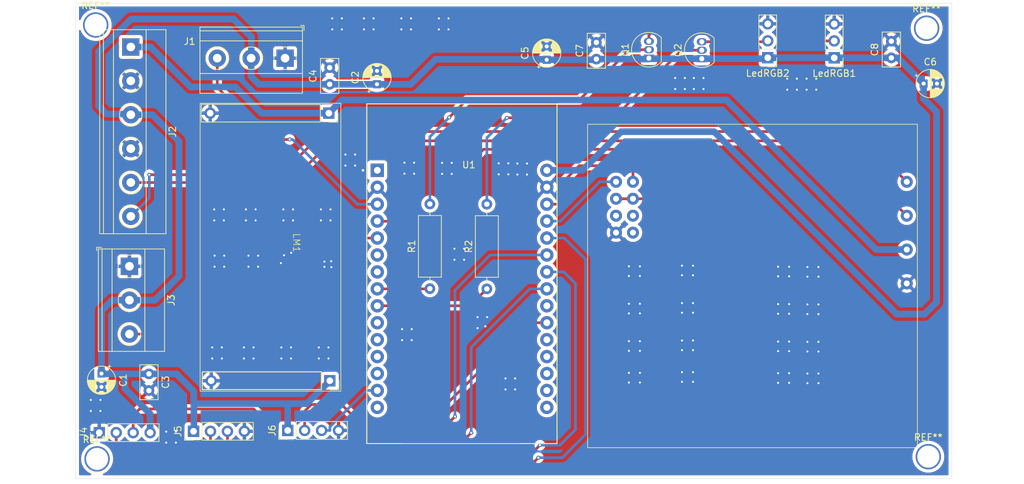
<source format=kicad_pcb>
(kicad_pcb (version 20240108) (generator "pcbnew") (generator_version "8.0")
  (layers (0 "F.Cu" signal) (31 "B.Cu" signal) (34 "B.Paste" user) (35 "F.Paste" user) (36 "B.SilkS" user "B.Silkscreen") (37 "F.SilkS" user "F.Silkscreen") (38 "B.Mask" user) (39 "F.Mask" user) (44 "Edge.Cuts" user))
  (net 0 "")
  (net 1 "GND")
  (net 2 "+5V")
  (net 3 "D15")
  (net 4 "+12V")
  (net 5 "M-")
  (net 6 "M+")
  (net 7 "D4")
  (net 8 "D27")
  (net 9 "D14")
  (net 10 "D25")
  (net 11 "D26")
  (net 12 "D22")
  (net 13 "D33")
  (net 14 "Net-(LedRGB1-Pin_2)")
  (net 15 "Net-(LedRGB2-Pin_2)")
  (net 16 "Net-(Q1-B)")
  (net 17 "Net-(Q2-B)")
  (net 18 "D5")
  (net 19 "D18")
  (net 20 "D2")
  (net 31 "D13")
  (net 34 "D12")
  (footprint "Connector_PinHeader_2.54mm:PinHeader_1x03_P2.54mm_Vertical" (layer "F.Cu") (at 190.3476 56.119 180)
    (property "Reference" "LedRGB2")
    (property "Value" "Conn_01x03")
  )
  (footprint "TerminalBlock_Phoenix:TerminalBlock_Phoenix_MKDS-1,5-6-5.08_1x06_P5.08mm_Horizontal" (layer "F.Cu") (at 94.9196 54.5084 -90)
    (property "Reference" "J2")
    (property "Value" "Screw_Terminal_01x06")
  )
  (footprint "Capacitor_THT:C_Disc_D5.0mm_W2.5mm_P2.50mm" (layer "F.Cu") (at 164.6682 56.3226 90)
    (property "Reference" "C7")
    (property "Value" "C")
  )
  (footprint "TerminalBlock_Phoenix:TerminalBlock_Phoenix_MKDS-1,5-3-5.08_1x03_P5.08mm_Horizontal" (layer "F.Cu") (at 94.7164 87.3964 -90)
    (property "Reference" "J3")
    (property "Value" "Conn_01x03")
  )
  (footprint "Connector_PinHeader_2.54mm:PinHeader_1x04_P2.54mm_Vertical" (layer "F.Cu") (at 90.1954 112.3442 90)
    (property "Reference" "J4")
    (property "Value" "Conn_01x04")
  )
  (footprint "Capacitor_THT:CP_Radial_D4.0mm_P2.00mm" (layer "F.Cu") (at 157.226 56.4208 90)
    (property "Reference" "C5")
    (property "Value" "C_Polarized")
  )
  (footprint "Package_TO_SOT_THT:TO-92_Inline" (layer "F.Cu") (at 172.5422 56.1848 90)
    (property "Reference" "Q1")
    (property "Value" "BC547")
  )
  (footprint "MountingHole:MountingHole_2.2mm_M2_DIN965_Pad" (layer "F.Cu") (at 89.8652 116.2812)
    (property "Reference" "REF**")
    (property "Value" "MountingHole_2.2mm_M2_DIN965_Pad")
  )
  (footprint "Capacitor_THT:CP_Radial_D4.0mm_P2.00mm" (layer "F.Cu") (at 90.5256 103.4862 -90)
    (property "Reference" "C1")
    (property "Value" "C_Polarized")
  )
  (footprint "Capacitor_THT:CP_Radial_D4.0mm_P2.00mm" (layer "F.Cu") (at 213.6968 59.9948)
    (property "Reference" "C6")
    (property "Value" "C_Polarized")
  )
  (footprint "Add_DRIVER:BTS" (layer "F.Cu") (at 190.6016 95.1738 -90)
    (property "Reference" "U2" (hide yes))
    (property "Value" "~")
  )
  (footprint "Resistor_THT:R_Axial_DIN0309_L9.0mm_D3.2mm_P12.70mm_Horizontal" (layer "F.Cu") (at 148.2598 90.7796 90)
    (property "Reference" "R2")
    (property "Value" "330")
  )
  (footprint "Capacitor_THT:C_Disc_D5.0mm_W2.5mm_P2.50mm" (layer "F.Cu") (at 97.6376 103.5304 -90)
    (property "Reference" "C3")
    (property "Value" "C")
  )
  (footprint "esp32-wroom-32:MODULE_ESP32_DEVKIT_V1" (layer "F.Cu") (at 144.5514 88.5146)
    (property "Reference" "U1")
    (property "Value" "ESP32-DEVKIT-V1")
  )
  (footprint "MountingHole:MountingHole_2.2mm_M2_DIN965_Pad" (layer "F.Cu") (at 214.4014 115.951)
    (property "Reference" "REF**")
    (property "Value" "MountingHole_2.2mm_M2_DIN965_Pad")
  )
  (footprint "Capacitor_THT:C_Disc_D5.0mm_W2.5mm_P2.50mm" (layer "F.Cu") (at 124.714 60.1018 90)
    (property "Reference" "C4")
    (property "Value" "C")
  )
  (footprint "MountingHole:MountingHole_2.2mm_M2_DIN965_Pad" (layer "F.Cu") (at 214.1474 51.689)
    (property "Reference" "REF**")
    (property "Value" "MountingHole_2.2mm_M2_DIN965_Pad")
  )
  (footprint "Capacitor_THT:C_Disc_D5.0mm_W2.5mm_P2.50mm" (layer "F.Cu") (at 208.8642 56.1394 90)
    (property "Reference" "C8")
    (property "Value" "C")
  )
  (footprint "Connector_PinHeader_2.54mm:PinHeader_1x04_P2.54mm_Vertical" (layer "F.Cu") (at 104.3178 112.141 90)
    (property "Reference" "J5")
    (property "Value" "Conn_01x04")
  )
  (footprint "MountingHole:MountingHole_2.2mm_M2_DIN965_Pad" (layer "F.Cu") (at 89.662 51.2064)
    (property "Reference" "REF**")
    (property "Value" "MountingHole_2.2mm_M2_DIN965_Pad")
  )
  (footprint "Library:Lm2596" (layer "F.Cu") (at 119.2504 83.8612 -90)
    (property "Reference" "LM1")
    (property "Value" "~")
  )
  (footprint "Connector_PinHeader_2.54mm:PinHeader_1x04_P2.54mm_Vertical" (layer "F.Cu") (at 118.4248 112.014 90)
    (property "Reference" "J6")
    (property "Value" "Conn_01x04")
  )
  (footprint "Resistor_THT:R_Axial_DIN0309_L9.0mm_D3.2mm_P12.70mm_Horizontal" (layer "F.Cu") (at 139.7254 90.7542 90)
    (property "Reference" "R1")
    (property "Value" "330")
  )
  (footprint "Connector_PinHeader_2.54mm:PinHeader_1x03_P2.54mm_Vertical" (layer "F.Cu") (at 200.3044 56.134 180)
    (property "Reference" "LedRGB1")
    (property "Value" "Conn_01x03")
  )
  (footprint "Package_TO_SOT_THT:TO-92_Inline" (layer "F.Cu") (at 180.467 56.261 90)
    (property "Reference" "Q2")
    (property "Value" "BC547")
  )
  (footprint "Capacitor_THT:CP_Radial_D4.0mm_P2.00mm" (layer "F.Cu") (at 131.8006 60.0898 90)
    (property "Reference" "C2")
    (property "Value" "C_Polarized")
  )
  (footprint "TerminalBlock_Phoenix:TerminalBlock_Phoenix_MKDS-1,5-3-5.08_1x03_P5.08mm_Horizontal" (layer "F.Cu") (at 118.0338 56.1848 180)
    (property "Reference" "J1")
    (property "Value" "Conn_01x03")
  )
  (gr_rect (start 86.6648 47.9298) (end 217.932 119.2276) (stroke (width 0.05)) (fill none) (layer "Edge.Cuts"))
  (via (at 151.4856 71.9582) (size 0.6) (drill 0.3) (layers "F.Cu" "B.Cu") (net 1))
  (via (at 90.3732 109.093) (size 0.6) (drill 0.3) (layers "F.Cu" "B.Cu") (net 1))
  (via (at 124.9426 86.6394) (size 0.6) (drill 0.3) (layers "F.Cu" "B.Cu") (net 1))
  (via (at 143.4084 86.4108) (size 0.6) (drill 0.3) (layers "F.Cu" "B.Cu") (net 1))
  (via (at 177.927 59.1566) (size 0.6) (drill 0.3) (layers "F.Cu" "B.Cu") (net 1))
  (via (at 194.7164 59.2582) (size 0.6) (drill 0.3) (layers "F.Cu" "B.Cu") (net 1))
  (via (at 125.095 50.2158) (size 0.6) (drill 0.3) (layers "F.Cu" "B.Cu") (net 1))
  (via (at 135.4582 51.8668) (size 0.6) (drill 0.3) (layers "F.Cu" "B.Cu") (net 1))
  (via (at 196.2912 93.1164) (size 0.6) (drill 0.3) (layers "F.Cu" "B.Cu") (net 1))
  (via (at 197.9422 98.7298) (size 0.6) (drill 0.3) (layers "F.Cu" "B.Cu") (net 1))
  (via (at 124.841 80.518) (size 0.6) (drill 0.3) (layers "F.Cu" "B.Cu") (net 1))
  (via (at 124.5362 99.568) (size 0.6) (drill 0.3) (layers "F.Cu" "B.Cu") (net 1))
  (via (at 141.0716 51.8668) (size 0.6) (drill 0.3) (layers "F.Cu" "B.Cu") (net 1))
  (via (at 118.9228 99.568) (size 0.6) (drill 0.3) (layers "F.Cu" "B.Cu") (net 1))
  (via (at 101.6762 113.8428) (size 0.6) (drill 0.3) (layers "F.Cu" "B.Cu") (net 1))
  (via (at 131.2926 50.2158) (size 0.6) (drill 0.3) (layers "F.Cu" "B.Cu") (net 1))
  (via (at 193.548 104.8766) (size 0.6) (drill 0.3) (layers "F.Cu" "B.Cu") (net 1))
  (via (at 191.897 94.5134) (size 0.6) (drill 0.3) (layers "F.Cu" "B.Cu") (net 1))
  (via (at 150.0378 71.9582) (size 0.6) (drill 0.3) (layers "F.Cu" "B.Cu") (net 1))
  (via (at 141.5542 73.533) (size 0.6) (drill 0.3) (layers "F.Cu" "B.Cu") (net 1))
  (via (at 179.2732 60.8076) (size 0.6) (drill 0.3) (layers "F.Cu" "B.Cu") (net 1))
  (via (at 117.401869 86.921869) (size 0.6) (drill 0.3) (layers "F.Cu" "B.Cu") (net 1))
  (via (at 108.8644 80.518) (size 0.6) (drill 0.3) (layers "F.Cu" "B.Cu") (net 1))
  (via (at 191.897 93.0656) (size 0.6) (drill 0.3) (layers "F.Cu" "B.Cu") (net 1))
  (via (at 142.5194 50.2158) (size 0.6) (drill 0.3) (layers "F.Cu" "B.Cu") (net 1))
  (via (at 131.2926 51.8668) (size 0.6) (drill 0.3) (layers "F.Cu" "B.Cu") (net 1))
  (via (at 193.548 94.5134) (size 0.6) (drill 0.3) (layers "F.Cu" "B.Cu") (net 1))
  (via (at 179.1462 104.7242) (size 0.6) (drill 0.3) (layers "F.Cu" "B.Cu") (net 1))
  (via (at 135.4582 50.2158) (size 0.6) (drill 0.3) (layers "F.Cu" "B.Cu") (net 1))
  (via (at 191.897 103.4288) (size 0.6) (drill 0.3) (layers "F.Cu" "B.Cu") (net 1))
  (via (at 119.2276 78.867) (size 0.6) (drill 0.3) (layers "F.Cu" "B.Cu") (net 1))
  (via (at 118.951269 85.372469) (size 0.6) (drill 0.3) (layers "F.Cu" "B.Cu") (net 1))
  (via (at 179.1462 87.2998) (size 0.6) (drill 0.3) (layers "F.Cu" "B.Cu") (net 1))
  (via (at 193.548 103.4288) (size 0.6) (drill 0.3) (layers "F.Cu" "B.Cu") (net 1))
  (via (at 117.475 101.219) (size 0.6) (drill 0.3) (layers "F.Cu" "B.Cu") (net 1))
  (via (at 135.9154 71.8566) (size 0.6) (drill 0.3) (layers "F.Cu" "B.Cu") (net 1))
  (via (at 169.545 100.076) (size 0.6) (drill 0.3) (layers "F.Cu" "B.Cu") (net 1))
  (via (at 196.2912 94.5642) (size 0.6) (drill 0.3) (layers "F.Cu" "B.Cu") (net 1))
  (via (at 107.4674 87.4522) (size 0.6) (drill 0.3) (layers "F.Cu" "B.Cu") (net 1))
  (via (at 196.2912 104.9274) (size 0.6) (drill 0.3) (layers "F.Cu" "B.Cu") (net 1))
  (via (at 117.8814 85.7504) (size 0.6) (drill 0.3) (layers "F.Cu" "B.Cu") (net 1))
  (via (at 197.9422 103.4796) (size 0.6) (drill 0.3) (layers "F.Cu" "B.Cu") (net 1))
  (via (at 193.548 88.9) (size 0.6) (drill 0.3) (layers "F.Cu" "B.Cu") (net 1))
  (via (at 127.0762 72.2884) (size 0.6) (drill 0.3) (layers "F.Cu" "B.Cu") (net 1))
  (via (at 197.9422 88.9508) (size 0.6) (drill 0.3) (layers "F.Cu" "B.Cu") (net 1))
  (via (at 101.6762 112.1918) (size 0.6) (drill 0.3) (layers "F.Cu" "B.Cu") (net 1))
  (via (at 171.196 87.4014) (size 0.6) (drill 0.3) (layers "F.Cu" "B.Cu") (net 1))
  (via (at 196.1642 60.9092) (size 0.6) (drill 0.3) (layers "F.Cu" "B.Cu") (net 1))
  (via (at 151.0538 104.2162) (size 0.6) (drill 0.3) (layers "F.Cu" "B.Cu") (net 1))
  (via (at 128.524 72.2884) (size 0.6) (drill 0.3) (layers "F.Cu" "B.Cu") (net 1))
  (via (at 193.548 87.4522) (size 0.6) (drill 0.3) (layers "F.Cu" "B.Cu") (net 1))
  (via (at 193.548 100.1268) (size 0.6) (drill 0.3) (layers "F.Cu" "B.Cu") (net 1))
  (via (at 135.5598 98.4758) (size 0.6) (drill 0.3) (layers "F.Cu" "B.Cu") (net 1))
  (via (at 112.1664 80.518) (size 0.6) (drill 0.3) (layers "F.Cu" "B.Cu") (net 1))
  (via (at 113.6142 78.867) (size 0.6) (drill 0.3) (layers "F.Cu" "B.Cu") (net 1))
  (via (at 108.9152 85.8012) (size 0.6) (drill 0.3) (layers "F.Cu" "B.Cu") (net 1))
  (via (at 146.8628 96.6724) (size 0.6) (drill 0.3) (layers "F.Cu" "B.Cu") (net 1))
  (via (at 135.5598 96.8248) (size 0.6) (drill 0.3) (layers "F.Cu" "B.Cu") (net 1))
  (via (at 88.9254 109.093) (size 0.6) (drill 0.3) (layers "F.Cu" "B.Cu") (net 1))
  (via (at 196.1642 59.2582) (size 0.6) (drill 0.3) (layers "F.Cu" "B.Cu") (net 1))
  (via (at 143.002 71.882) (size 0.6) (drill 0.3) (layers "F.Cu" "B.Cu") (net 1))
  (via (at 124.841 78.867) (size 0.6) (drill 0.3) (layers "F.Cu" "B.Cu") (net 1))
  (via (at 179.1462 99.9744) (size 0.6) (drill 0.3) (layers "F.Cu" "B.Cu") (net 1))
  (via (at 143.4084 84.7598) (size 0.6) (drill 0.3) (layers "F.Cu" "B.Cu") (net 1))
  (via (at 177.4952 99.9744) (size 0.6) (drill 0.3) (layers "F.Cu" "B.Cu") (net 1))
  (via (at 177.4952 87.2998) (size 0.6) (drill 0.3) (layers "F.Cu" "B.Cu") (net 1))
  (via (at 113.6142 80.518) (size 0.6) (drill 0.3) (layers "F.Cu" "B.Cu") (net 1))
  (via (at 137.3632 71.8566) (size 0.6) (drill 0.3) (layers "F.Cu" "B.Cu") (net 1))
  (via (at 112.5474 87.4522) (size 0.6) (drill 0.3) (layers "F.Cu" "B.Cu") (net 1))
  (via (at 196.2912 87.503) (size 0.6) (drill 0.3) (layers "F.Cu" "B.Cu") (net 1))
  (via (at 191.897 104.8766) (size 0.6) (drill 0.3) (layers "F.Cu" "B.Cu") (net 1))
  (via (at 171.196 94.4626) (size 0.6) (drill 0.3) (layers "F.Cu" "B.Cu") (net 1))
  (via (at 144.8562 86.4108) (size 0.6) (drill 0.3) (layers "F.Cu" "B.Cu") (net 1))
  (via (at 191.897 88.9) (size 0.6) (drill 0.3) (layers "F.Cu" "B.Cu") (net 1))
  (via (at 169.545 104.8258) (size 0.6) (drill 0.3) (layers "F.Cu" "B.Cu") (net 1))
  (via (at 179.1462 98.5266) (size 0.6) (drill 0.3) (layers "F.Cu" "B.Cu") (net 1))
  (via (at 179.2732 59.1566) (size 0.6) (drill 0.3) (layers "F.Cu" "B.Cu") (net 1))
  (via (at 177.927 60.8076) (size 0.6) (drill 0.3) (layers "F.Cu" "B.Cu") (net 1))
  (via (at 129.8448 50.2158) (size 0.6) (drill 0.3) (layers "F.Cu" "B.Cu") (net 1))
  (via (at 112.1664 78.867) (size 0.6) (drill 0.3) (layers "F.Cu" "B.Cu") (net 1))
  (via (at 154.2796 71.9836) (size 0.6) (drill 0.3) (layers "F.Cu" "B.Cu") (net 1))
  (via (at 169.545 87.4014) (size 0.6) (drill 0.3) (layers "F.Cu" "B.Cu") (net 1))
  (via (at 197.9422 93.1164) (size 0.6) (drill 0.3) (layers "F.Cu" "B.Cu") (net 1))
  (via (at 152.5016 105.8672) (size 0.6) (drill 0.3) (layers "F.Cu" "B.Cu") (net 1))
  (via (at 197.9422 94.5642) (size 0.6) (drill 0.3) (layers "F.Cu" "B.Cu") (net 1))
  (via (at 177.4952 98.5266) (size 0.6) (drill 0.3) (layers "F.Cu" "B.Cu") (net 1))
  (via (at 171.196 93.0148) (size 0.6) (drill 0.3) (layers "F.Cu" "B.Cu") (net 1))
  (via (at 137.0076 96.8248) (size 0.6) (drill 0.3) (layers "F.Cu" "B.Cu") (net 1))
  (via (at 177.4952 104.7242) (size 0.6) (drill 0.3) (layers "F.Cu" "B.Cu") (net 1))
  (via (at 177.4952 88.7476) (size 0.6) (drill 0.3) (layers "F.Cu" "B.Cu") (net 1))
  (via (at 117.7798 80.518) (size 0.6) (drill 0.3) (layers "F.Cu" "B.Cu") (net 1))
  (via (at 152.8318 71.9836) (size 0.6) (drill 0.3) (layers "F.Cu" "B.Cu") (net 1))
  (via (at 112.5474 85.8012) (size 0.6) (drill 0.3) (layers "F.Cu" "B.Cu") (net 1))
  (via (at 107.1118 101.219) (size 0.6) (drill 0.3) (layers "F.Cu" "B.Cu") (net 1))
  (via (at 179.1462 88.7476) (size 0.6) (drill 0.3) (layers "F.Cu" "B.Cu") (net 1))
  (via (at 179.1462 92.9132) (size 0.6) (drill 0.3) (layers "F.Cu" "B.Cu") (net 1))
  (via (at 196.2912 98.7298) (size 0.6) (drill 0.3) (layers "F.Cu" "B.Cu") (net 1))
  (via (at 127.0762 70.6374) (size 0.6) (drill 0.3) (layers "F.Cu" "B.Cu") (net 1))
  (via (at 142.5194 51.8668) (size 0.6) (drill 0.3) (layers "F.Cu" "B.Cu") (net 1))
  (via (at 117.7798 78.867) (size 0.6) (drill 0.3) (layers "F.Cu" "B.Cu") (net 1))
  (via (at 144.8562 84.7598) (size 0.6) (drill 0.3) (layers "F.Cu" "B.Cu") (net 1))
  (via (at 179.1462 94.361) (size 0.6) (drill 0.3) (layers "F.Cu" "B.Cu") (net 1))
  (via (at 191.897 87.4522) (size 0.6) (drill 0.3) (layers "F.Cu" "B.Cu") (net 1))
  (via (at 180.721 59.1566) (size 0.6) (drill 0.3) (layers "F.Cu" "B.Cu") (net 1))
  (via (at 107.1118 99.568) (size 0.6) (drill 0.3) (layers "F.Cu" "B.Cu") (net 1))
  (via (at 123.0884 99.568) (size 0.6) (drill 0.3) (layers "F.Cu" "B.Cu") (net 1))
  (via (at 193.2686 59.2582) (size 0.6) (drill 0.3) (layers "F.Cu" "B.Cu") (net 1))
  (via (at 191.897 98.679) (size 0.6) (drill 0.3) (layers "F.Cu" "B.Cu") (net 1))
  (via (at 193.548 93.0656) (size 0.6) (drill 0.3) (layers "F.Cu" "B.Cu") (net 1))
  (via (at 123.3932 78.867) (size 0.6) (drill 0.3) (layers "F.Cu" "B.Cu") (net 1))
  (via (at 113.3094 101.219) (size 0.6) (drill 0.3) (layers "F.Cu" "B.Cu") (net 1))
  (via (at 100.2284 113.8428) (size 0.6) (drill 0.3) (layers "F.Cu" "B.Cu") (net 1))
  (via (at 151.4856 73.6092) (size 0.6) (drill 0.3) (layers "F.Cu" "B.Cu") (net 1))
  (via (at 125.095 51.8668) (size 0.6) (drill 0.3) (layers "F.Cu" "B.Cu") (net 1))
  (via (at 171.196 103.378) (size 0.6) (drill 0.3) (layers "F.Cu" "B.Cu") (net 1))
  (via (at 100.2284 112.1918) (size 0.6) (drill 0.3) (layers "F.Cu" "B.Cu") (net 1))
  (via (at 169.545 94.4626) (size 0.6) (drill 0.3) (layers "F.Cu" "B.Cu") (net 1))
  (via (at 108.9152 87.4522) (size 0.6) (drill 0.3) (layers "F.Cu" "B.Cu") (net 1))
  (via (at 113.9952 85.8012) (size 0.6) (drill 0.3) (layers "F.Cu" "B.Cu") (net 1))
  (via (at 135.9154 73.5076) (size 0.6) (drill 0.3) (layers "F.Cu" "B.Cu") (net 1))
  (via (at 197.9422 100.1776) (size 0.6) (drill 0.3) (layers "F.Cu" "B.Cu") (net 1))
  (via (at 169.545 103.378) (size 0.6) (drill 0.3) (layers "F.Cu" "B.Cu") (net 1))
  (via (at 137.0076 98.4758) (size 0.6) (drill 0.3) (layers "F.Cu" "B.Cu") (net 1))
  (via (at 196.2912 88.9508) (size 0.6) (drill 0.3) (layers "F.Cu" "B.Cu") (net 1))
  (via (at 154.2796 73.6346) (size 0.6) (drill 0.3) (layers "F.Cu" "B.Cu") (net 1))
  (via (at 108.5596 99.568) (size 0.6) (drill 0.3) (layers "F.Cu" "B.Cu") (net 1))
  (via (at 169.545 88.8492) (size 0.6) (drill 0.3) (layers "F.Cu" "B.Cu") (net 1))
  (via (at 148.021569 96.383369) (size 0.6) (drill 0.3) (layers "F.Cu" "B.Cu") (net 1))
  (via (at 196.2912 100.1776) (size 0.6) (drill 0.3) (layers "F.Cu" "B.Cu") (net 1))
  (via (at 197.612 59.2582) (size 0.6) (drill 0.3) (layers "F.Cu" "B.Cu") (net 1))
  (via (at 146.8628 95.0214) (size 0.6) (drill 0.3) (layers "F.Cu" "B.Cu") (net 1))
  (via (at 126.5428 50.2158) (size 0.6) (drill 0.3) (layers "F.Cu" "B.Cu") (net 1))
  (via (at 171.196 88.8492) (size 0.6) (drill 0.3) (layers "F.Cu" "B.Cu") (net 1))
  (via (at 113.3094 99.568) (size 0.6) (drill 0.3) (layers "F.Cu" "B.Cu") (net 1))
  (via (at 197.9422 87.503) (size 0.6) (drill 0.3) (layers "F.Cu" "B.Cu") (net 1))
  (via (at 193.548 98.679) (size 0.6) (drill 0.3) (layers "F.Cu" "B.Cu") (net 1))
  (via (at 197.612 60.9092) (size 0.6) (drill 0.3) (layers "F.Cu" "B.Cu") (net 1))
  (via (at 113.9952 87.4522) (size 0.6) (drill 0.3) (layers "F.Cu" "B.Cu") (net 1))
  (via (at 137.3632 73.5076) (size 0.6) (drill 0.3) (layers "F.Cu" "B.Cu") (net 1))
  (via (at 124.968 87.5284) (size 0.6) (drill 0.3) (layers "F.Cu" "B.Cu") (net 1))
  (via (at 107.4674 85.8012) (size 0.6) (drill 0.3) (layers "F.Cu" "B.Cu") (net 1))
  (via (at 129.8448 51.8668) (size 0.6) (drill 0.3) (layers "F.Cu" "B.Cu") (net 1))
  (via (at 194.7164 60.9092) (size 0.6) (drill 0.3) (layers "F.Cu" "B.Cu") (net 1))
  (via (at 119.2276 80.518) (size 0.6) (drill 0.3) (layers "F.Cu" "B.Cu") (net 1))
  (via (at 108.8644 78.867) (size 0.6) (drill 0.3) (layers "F.Cu" "B.Cu") (net 1))
  (via (at 108.5596 101.219) (size 0.6) (drill 0.3) (layers "F.Cu" "B.Cu") (net 1))
  (via (at 177.4952 94.361) (size 0.6) (drill 0.3) (layers "F.Cu" "B.Cu") (net 1))
  (via (at 111.8616 101.219) (size 0.6) (drill 0.3) (layers "F.Cu" "B.Cu") (net 1))
  (via (at 123.9266 86.6902) (size 0.6) (drill 0.3) (layers "F.Cu" "B.Cu") (net 1))
  (via (at 177.4952 92.9132) (size 0.6) (drill 0.3) (layers "F.Cu" "B.Cu") (net 1))
  (via (at 197.9422 104.9274) (size 0.6) (drill 0.3) (layers "F.Cu" "B.Cu") (net 1))
  (via (at 152.8318 73.6346) (size 0.6) (drill 0.3) (layers "F.Cu" "B.Cu") (net 1))
  (via (at 126.5428 51.8668) (size 0.6) (drill 0.3) (layers "F.Cu" "B.Cu") (net 1))
  (via (at 136.906 51.8668) (size 0.6) (drill 0.3) (layers "F.Cu" "B.Cu") (net 1))
  (via (at 152.5016 104.2162) (size 0.6) (drill 0.3) (layers "F.Cu" "B.Cu") (net 1))
  (via (at 141.0716 50.2158) (size 0.6) (drill 0.3) (layers "F.Cu" "B.Cu") (net 1))
  (via (at 169.545 93.0148) (size 0.6) (drill 0.3) (layers "F.Cu" "B.Cu") (net 1))
  (via (at 90.3732 107.442) (size 0.6) (drill 0.3) (layers "F.Cu" "B.Cu") (net 1))
  (via (at 128.524 70.6374) (size 0.6) (drill 0.3) (layers "F.Cu" "B.Cu") (net 1))
  (via (at 148.3106 95.0214) (size 0.6) (drill 0.3) (layers "F.Cu" "B.Cu") (net 1))
  (via (at 124.5362 101.219) (size 0.6) (drill 0.3) (layers "F.Cu" "B.Cu") (net 1))
  (via (at 177.4952 103.2764) (size 0.6) (drill 0.3) (layers "F.Cu" "B.Cu") (net 1))
  (via (at 171.196 98.6282) (size 0.6) (drill 0.3) (layers "F.Cu" "B.Cu") (net 1))
  (via (at 141.5542 71.882) (size 0.6) (drill 0.3) (layers "F.Cu" "B.Cu") (net 1))
  (via (at 176.4792 60.8076) (size 0.6) (drill 0.3) (layers "F.Cu" "B.Cu") (net 1))
  (via (at 150.0378 73.6092) (size 0.6) (drill 0.3) (layers "F.Cu" "B.Cu") (net 1))
  (via (at 196.2912 103.4796) (size 0.6) (drill 0.3) (layers "F.Cu" "B.Cu") (net 1))
  (via (at 171.196 100.076) (size 0.6) (drill 0.3) (layers "F.Cu" "B.Cu") (net 1))
  (via (at 180.721 60.8076) (size 0.6) (drill 0.3) (layers "F.Cu" "B.Cu") (net 1))
  (via (at 117.475 99.568) (size 0.6) (drill 0.3) (layers "F.Cu" "B.Cu") (net 1))
  (via (at 151.0538 105.8672) (size 0.6) (drill 0.3) (layers "F.Cu" "B.Cu") (net 1))
  (via (at 193.2686 60.9092) (size 0.6) (drill 0.3) (layers "F.Cu" "B.Cu") (net 1))
  (via (at 179.1462 103.2764) (size 0.6) (drill 0.3) (layers "F.Cu" "B.Cu") (net 1))
  (via (at 88.9254 107.442) (size 0.6) (drill 0.3) (layers "F.Cu" "B.Cu") (net 1))
  (via (at 136.906 50.2158) (size 0.6) (drill 0.3) (layers "F.Cu" "B.Cu") (net 1))
  (via (at 171.196 104.8258) (size 0.6) (drill 0.3) (layers "F.Cu" "B.Cu") (net 1))
  (via (at 143.002 73.533) (size 0.6) (drill 0.3) (layers "F.Cu" "B.Cu") (net 1))
  (via (at 118.9228 101.219) (size 0.6) (drill 0.3) (layers "F.Cu" "B.Cu") (net 1))
  (via (at 123.0884 101.219) (size 0.6) (drill 0.3) (layers "F.Cu" "B.Cu") (net 1))
  (via (at 176.4792 59.1566) (size 0.6) (drill 0.3) (layers "F.Cu" "B.Cu") (net 1))
  (via (at 123.9266 87.4776) (size 0.6) (drill 0.3) (layers "F.Cu" "B.Cu") (net 1))
  (via (at 107.4166 78.867) (size 0.6) (drill 0.3) (layers "F.Cu" "B.Cu") (net 1))
  (via (at 191.897 100.1268) (size 0.6) (drill 0.3) (layers "F.Cu" "B.Cu") (net 1))
  (via (at 169.545 98.6282) (size 0.6) (drill 0.3) (layers "F.Cu" "B.Cu") (net 1))
  (via (at 123.3932 80.518) (size 0.6) (drill 0.3) (layers "F.Cu" "B.Cu") (net 1))
  (via (at 111.8616 99.568) (size 0.6) (drill 0.3) (layers "F.Cu" "B.Cu") (net 1))
  (via (at 107.4166 80.518) (size 0.6) (drill 0.3) (layers "F.Cu" "B.Cu") (net 1))
  (segment (start 124.726 60.0898) (end 124.714 60.1018) (width 0.4) (layer "F.Cu") (net 2))
  (segment (start 131.8006 60.0898) (end 124.726 60.0898) (width 0.4) (layer "F.Cu") (net 2))
  (segment (start 97.6376 103.53) (end 94.0308 103.53) (width 1) (layer "B.Cu") (net 2))
  (segment (start 90.5698 103.53) (end 90.5256 103.486) (width 1) (layer "B.Cu") (net 2))
  (segment (start 102.1334 88.8746) (end 98.5316 92.4764) (width 1) (layer "B.Cu") (net 2))
  (segment (start 104.318 112.141) (end 104.369 112.09) (width 1) (layer "B.Cu") (net 2))
  (segment (start 157.2514 72.9996) (end 157.251 72.9996) (width 1) (layer "B.Cu") (net 2))
  (segment (start 94.9196 64.6684) (end 94.818 64.5668) (width 1) (layer "B.Cu") (net 2))
  (segment (start 118.425 108.062) (end 118.364 108.001) (width 1) (layer "B.Cu") (net 2))
  (segment (start 112.9538 56.1848) (end 112.9538 58.8018) (width 0.4) (layer "B.Cu") (net 2))
  (segment (start 90.5256 94.0816) (end 92.1308 92.4764) (width 1) (layer "B.Cu") (net 2))
  (segment (start 182.321 67.2084) (end 168.377 67.2084) (width 1) (layer "B.Cu") (net 2))
  (segment (start 94.0308 105.74) (end 94.0308 103.53) (width 1) (layer "B.Cu") (net 2))
  (segment (start 190.206 56.261) (end 190.3478 56.1192) (width 1) (layer "B.Cu") (net 2))
  (segment (start 104.369 112.09) (end 104.369 108.026) (width 1) (layer "B.Cu") (net 2))
  (segment (start 112.954 58.802) (end 112.954 58.928) (width 1) (layer "B.Cu") (net 2))
  (segment (start 98.1456 64.6684) (end 102.1334 68.6562) (width 1) (layer "B.Cu") (net 2))
  (segment (start 104.343 108.001) (end 104.343 106.121) (width 1) (layer "B.Cu") (net 2))
  (segment (start 213.6968 59.9948) (end 213.6968 58.9931) (width 0.4) (layer "B.Cu") (net 2))
  (segment (start 200.3044 56.134) (end 206.807 56.134) (width 1) (layer "B.Cu") (net 2))
  (segment (start 172.404 56.3226) (end 172.542 56.1848) (width 1) (layer "B.Cu") (net 2))
  (segment (start 123.7249 105.5717) (end 123.7246 105.5717) (width 0.4) (layer "B.Cu") (net 2))
  (segment (start 162.585 72.9996) (end 157.2514 72.9996) (width 1) (layer "B.Cu") (net 2))
  (segment (start 208.8642 56.1394) (end 208.8588 56.134) (width 1) (layer "B.Cu") (net 2))
  (segment (start 90.5256 101.2212) (end 90.5256 94.0816) (width 1) (layer "B.Cu") (net 2))
  (segment (start 190.3476 56.119) (end 190.3478 56.1192) (width 0.4) (layer "B.Cu") (net 2))
  (segment (start 213.697 59.9948) (end 213.697 62.2874) (width 1) (layer "B.Cu") (net 2))
  (segment (start 157.226 56.4208) (end 164.57 56.4208) (width 1) (layer "B.Cu") (net 2))
  (segment (start 118.425 112.014) (end 118.425 108.062) (width 1) (layer "B.Cu") (net 2))
  (segment (start 168.377 67.2084) (end 162.585 72.9996) (width 1) (layer "B.Cu") (net 2))
  (segment (start 124.7404 104.5562) (end 123.7249 105.5717) (width 0.4) (layer "B.Cu") (net 2))
  (segment (start 208.8642 56.114) (end 209.816 56.114) (width 1) (layer "B.Cu") (net 2))
  (segment (start 209.816 56.114) (end 211.7565 58.0544) (width 1) (layer "B.Cu") (net 2))
  (segment (start 112.954 56.1848) (end 112.954 58.802) (width 1) (layer "B.Cu") (net 2))
  (segment (start 98.5316 92.4764) (end 94.7164 92.4764) (width 1) (layer "B.Cu") (net 2))
  (segment (start 140.589 56.3626) (end 157.168 56.3626) (width 1) (layer "B.Cu") (net 2))
  (segment (start 91.313 64.5668) (end 90.0938 63.3476) (width 1) (layer "B.Cu") (net 2))
  (segment (start 124.714 60.1018) (end 136.85 60.1018) (width 1) (layer "B.Cu") (net 2))
  (segment (start 209.677 94.5642) (end 182.321 67.2084) (width 1) (layer "B.Cu") (net 2))
  (segment (start 172.5422 56.1848) (end 172.5421 56.1849) (width 0.4) (layer "B.Cu") (net 2))
  (segment (start 97.6376 103.5304) (end 97.6376 103.53) (width 0.4) (layer "B.Cu") (net 2))
  (segment (start 211.7565 58.0544) (end 213.697 59.9948) (width 1) (layer "B.Cu") (net 2))
  (segment (start 90.5256 103.486) (end 90.5256 101.2212) (width 1) (layer "B.Cu") (net 2))
  (segment (start 208.8588 56.134) (end 206.807 56.134) (width 1) (layer "B.Cu") (net 2))
  (segment (start 112.9538 58.8018) (end 112.954 58.802) (width 0.4) (layer "B.Cu") (net 2))
  (segment (start 172.542 56.1848) (end 172.5421 56.1849) (width 1) (layer "B.Cu") (net 2))
  (segment (start 121.296 108.001) (end 118.364 108.001) (width 1) (layer "B.Cu") (net 2))
  (segment (start 215.646 64.2366) (end 215.646 92.7608) (width 1) (layer "B.Cu") (net 2))
  (segment (start 200.289 56.119) (end 200.304 56.134) (width 1) (layer "B.Cu") (net 2))
  (segment (start 164.668 56.3226) (end 164.6682 56.3226) (width 1) (layer "B.Cu") (net 2))
  (segment (start 136.85 60.1018) (end 140.589 56.3626) (width 1) (layer "B.Cu") (net 2))
  (segment (start 164.6682 56.3226) (end 172.404 56.3226) (width 1) (layer "B.Cu") (net 2))
  (segment (start 164.57 56.4208) (end 164.668 56.3226) (width 1) (layer "B.Cu") (net 2))
  (segment (start 172.5421 56.1849) (end 172.618 56.261) (width 1) (layer "B.Cu") (net 2))
  (segment (start 92.1308 92.4764) (end 94.7164 92.4764) (width 1) (layer "B.Cu") (net 2))
  (segment (start 118.4248 112.014) (end 118.425 112.014) (width 0.4) (layer "B.Cu") (net 2))
  (segment (start 211.7565 58.0544) (end 212.6952 58.9931) (width 0.4) (layer "B.Cu") (net 2))
  (segment (start 97.8154 112.344) (end 97.8154 109.525) (width 1) (layer "B.Cu") (net 2))
  (segment (start 94.0308 103.53) (end 90.5698 103.53) (width 1) (layer "B.Cu") (net 2))
  (segment (start 97.8154 109.525) (end 94.0308 105.74) (width 1) (layer "B.Cu") (net 2))
  (segment (start 123.7246 105.5717) (end 121.296 108.001) (width 1) (layer "B.Cu") (net 2))
  (segment (start 112.954 58.928) (end 114.128 60.1018) (width 1) (layer "B.Cu") (net 2))
  (segment (start 94.9196 64.6684) (end 98.1456 64.6684) (width 1) (layer "B.Cu") (net 2))
  (segment (start 90.5256 101.2212) (end 90.5256 103.4862) (width 0.4) (layer "B.Cu") (net 2))
  (segment (start 157.168 56.3626) (end 157.226 56.4208) (width 1) (layer "B.Cu") (net 2))
  (segment (start 97.8154 112.344) (end 97.8154 112.3442) (width 0.4) (layer "B.Cu") (net 2))
  (segment (start 112.979 52.9844) (end 112.979 56.1594) (width 1) (layer "B.Cu") (net 2))
  (segment (start 94.9706 50.3174) (end 110.312 50.3174) (width 1) (layer "B.Cu") (net 2))
  (segment (start 213.697 62.2874) (end 215.646 64.2366) (width 1) (layer "B.Cu") (net 2))
  (segment (start 90.0938 63.3476) (end 90.0938 55.1942) (width 1) (layer "B.Cu") (net 2))
  (segment (start 104.369 108.026) (end 104.343 108.001) (width 1) (layer "B.Cu") (net 2))
  (segment (start 104.343 106.121) (end 101.752 103.53) (width 1) (layer "B.Cu") (net 2))
  (segment (start 180.467 56.261) (end 190.206 56.261) (width 1) (layer "B.Cu") (net 2))
  (segment (start 118.364 108.001) (end 104.343 108.001) (width 1) (layer "B.Cu") (net 2))
  (segment (start 112.979 56.1594) (end 112.954 56.1848) (width 1) (layer "B.Cu") (net 2))
  (segment (start 90.0938 55.1942) (end 94.9706 50.3174) (width 1) (layer "B.Cu") (net 2))
  (segment (start 172.618 56.261) (end 180.467 56.261) (width 1) (layer "B.Cu") (net 2))
  (segment (start 94.818 64.5668) (end 91.313 64.5668) (width 1) (layer "B.Cu") (net 2))
  (segment (start 114.128 60.1018) (end 124.714 60.1018) (width 1) (layer "B.Cu") (net 2))
  (segment (start 190.3478 56.1192) (end 190.348 56.119) (width 1) (layer "B.Cu") (net 2))
  (segment (start 190.348 56.119) (end 200.289 56.119) (width 1) (layer "B.Cu") (net 2))
  (segment (start 104.3178 112.141) (end 104.318 112.141) (width 0.4) (layer "B.Cu") (net 2))
  (segment (start 101.752 103.53) (end 97.6376 103.53) (width 1) (layer "B.Cu") (net 2))
  (segment (start 212.6952 58.9931) (end 213.6968 58.9931) (width 0.4) (layer "B.Cu") (net 2))
  (segment (start 102.1334 68.6562) (end 102.1334 88.8746) (width 1) (layer "B.Cu") (net 2))
  (segment (start 124.74 104.556) (end 123.7246 105.5717) (width 1) (layer "B.Cu") (net 2))
  (segment (start 213.843 94.5642) (end 209.677 94.5642) (width 1) (layer "B.Cu") (net 2))
  (segment (start 200.304 56.134) (end 200.3044 56.134) (width 1) (layer "B.Cu") (net 2))
  (segment (start 110.312 50.3174) (end 112.979 52.9844) (width 1) (layer "B.Cu") (net 2))
  (segment (start 215.646 92.7608) (end 213.843 94.5642) (width 1) (layer "B.Cu") (net 2))
  (segment (start 107.8738 56.1848) (end 107.8738 60.579) (width 0.4) (layer "F.Cu") (net 3))
  (segment (start 107.8738 60.579) (end 115.6716 68.3768) (width 0.4) (layer "F.Cu") (net 3))
  (segment (start 115.6716 68.3768) (end 118.7196 68.3768) (width 0.4) (layer "F.Cu") (net 3))
  (via (at 118.7196 68.3768) (size 0.6) (drill 0.3) (layers "F.Cu" "B.Cu") (net 3))
  (segment (start 128.8542 78.0796) (end 119.1514 68.3768) (width 0.4) (layer "B.Cu") (net 3))
  (segment (start 131.8514 78.0796) (end 128.8542 78.0796) (width 0.4) (layer "B.Cu") (net 3))
  (segment (start 119.1514 68.3768) (end 118.7196 68.3768) (width 0.4) (layer "B.Cu") (net 3))
  (segment (start 114.4946 64.4312) (end 124.5904 64.4312) (width 1) (layer "B.Cu") (net 4))
  (segment (start 124.5904 64.4312) (end 126.563 62.4586) (width 1) (layer "B.Cu") (net 4))
  (segment (start 206.5782 84.8868) (end 211.1756 84.8868) (width 1) (layer "B.Cu") (net 4))
  (segment (start 97.8916 54.5084) (end 103.886 60.5028) (width 1) (layer "B.Cu") (net 4))
  (segment (start 110.5662 60.5028) (end 114.4946 64.4312) (width 1) (layer "B.Cu") (net 4))
  (segment (start 184.15 62.4586) (end 206.5782 84.8868) (width 1) (layer "B.Cu") (net 4))
  (segment (start 103.886 60.5028) (end 110.5662 60.5028) (width 1) (layer "B.Cu") (net 4))
  (segment (start 126.563 62.4586) (end 184.15 62.4586) (width 1) (layer "B.Cu") (net 4))
  (segment (start 211.1756 84.8868) (end 211.176 84.8868) (width 1) (layer "B.Cu") (net 4))
  (segment (start 94.9196 54.5084) (end 97.8916 54.5084) (width 1) (layer "B.Cu") (net 4))
  (segment (start 203.6318 67.183) (end 123.8758 67.183) (width 0.4) (layer "F.Cu") (net 5))
  (segment (start 117.3988 73.66) (end 97.6884 73.66) (width 0.4) (layer "F.Cu") (net 5))
  (segment (start 123.8758 67.183) (end 117.3988 73.66) (width 0.4) (layer "F.Cu") (net 5))
  (segment (start 94.9196 79.2456) (end 94.9196 79.9084) (width 0.8) (layer "F.Cu") (net 5))
  (segment (start 211.1756 74.7268) (end 203.6318 67.183) (width 0.4) (layer "F.Cu") (net 5))
  (via (at 97.6884 73.66) (size 0.6) (drill 0.3) (layers "F.Cu" "B.Cu") (net 5))
  (segment (start 94.9196 79.9084) (end 97.6884 77.1396) (width 0.4) (layer "B.Cu") (net 5))
  (segment (start 97.6884 77.1396) (end 97.6884 73.66) (width 0.4) (layer "B.Cu") (net 5))
  (segment (start 211.1756 79.8068) (end 199.9488 68.58) (width 0.4) (layer "F.Cu") (net 6))
  (segment (start 125.0188 68.58) (end 118.7704 74.8284) (width 0.4) (layer "F.Cu") (net 6))
  (segment (start 118.7704 74.8284) (end 94.9196 74.8284) (width 0.4) (layer "F.Cu") (net 6))
  (segment (start 199.9488 68.58) (end 125.0188 68.58) (width 0.4) (layer "F.Cu") (net 6))
  (segment (start 131.8514 83.1596) (end 123.6218 83.1596) (width 0.4) (layer "F.Cu") (net 7))
  (segment (start 109.225 97.5564) (end 94.7164 97.5564) (width 0.4) (layer "F.Cu") (net 7))
  (segment (start 123.6218 83.1596) (end 109.225 97.5564) (width 0.4) (layer "F.Cu") (net 7))
  (segment (start 113.3094 108.7882) (end 115.1382 110.617) (width 0.4) (layer "F.Cu") (net 8))
  (segment (start 95.2754 112.2309) (end 95.2754 109.7534) (width 0.4) (layer "F.Cu") (net 8))
  (segment (start 116.4082 114.1222) (end 139.2936 114.1222) (width 0.4) (layer "F.Cu") (net 8))
  (segment (start 115.1382 110.617) (end 115.1382 112.8522) (width 0.4) (layer "F.Cu") (net 8))
  (segment (start 115.1382 112.8522) (end 116.4082 114.1222) (width 0.4) (layer "F.Cu") (net 8))
  (segment (start 95.2754 109.7534) (end 96.2406 108.7882) (width 0.4) (layer "F.Cu") (net 8))
  (segment (start 96.2406 108.7882) (end 113.3094 108.7882) (width 0.4) (layer "F.Cu") (net 8))
  (segment (start 139.2936 114.1222) (end 143.4846 109.9312) (width 0.4) (layer "F.Cu") (net 8))
  (via (at 143.4846 109.9312) (size 0.6) (drill 0.3) (layers "F.Cu" "B.Cu") (net 8))
  (segment (start 148.7678 85.6996) (end 143.4846 90.9828) (width 0.4) (layer "B.Cu") (net 8))
  (segment (start 143.4846 90.9828) (end 143.4846 109.9312) (width 0.4) (layer "B.Cu") (net 8))
  (segment (start 157.2514 85.6996) (end 148.7678 85.6996) (width 0.4) (layer "B.Cu") (net 8))
  (segment (start 92.7354 116.3066) (end 92.7354 112.3442) (width 0.4) (layer "F.Cu") (net 9))
  (segment (start 94.1832 117.7544) (end 92.7354 116.3066) (width 0.4) (layer "F.Cu") (net 9))
  (segment (start 155.9851 116.1018) (end 154.3325 117.7544) (width 0.4) (layer "F.Cu") (net 9))
  (segment (start 154.3325 117.7544) (end 94.1832 117.7544) (width 0.4) (layer "F.Cu") (net 9))
  (via (at 155.9851 116.1018) (size 0.6) (drill 0.3) (layers "F.Cu" "B.Cu") (net 9))
  (segment (start 163.0426 86.3346) (end 163.0426 112.6236) (width 0.4) (layer "B.Cu") (net 9))
  (segment (start 157.2514 83.1596) (end 159.8676 83.1596) (width 0.4) (layer "B.Cu") (net 9))
  (segment (start 163.0426 112.6236) (end 159.5644 116.1018) (width 0.4) (layer "B.Cu") (net 9))
  (segment (start 159.5644 116.1018) (end 155.9851 116.1018) (width 0.4) (layer "B.Cu") (net 9))
  (segment (start 159.8676 83.1596) (end 163.0426 86.3346) (width 0.4) (layer "B.Cu") (net 9))
  (segment (start 109.3978 112.141) (end 109.3978 114.0206) (width 0.4) (layer "F.Cu") (net 10))
  (segment (start 110.6932 115.316) (end 142.9766 115.316) (width 0.4) (layer "F.Cu") (net 10))
  (segment (start 109.3978 114.0206) (end 110.6932 115.316) (width 0.4) (layer "F.Cu") (net 10))
  (segment (start 142.9766 115.316) (end 145.923 112.3696) (width 0.4) (layer "F.Cu") (net 10))
  (via (at 145.923 112.3696) (size 0.6) (drill 0.3) (layers "F.Cu" "B.Cu") (net 10))
  (segment (start 145.923 99.5426) (end 145.923 112.3696) (width 0.4) (layer "B.Cu") (net 10))
  (segment (start 157.2514 90.7796) (end 154.686 90.7796) (width 0.4) (layer "B.Cu") (net 10))
  (segment (start 154.686 90.7796) (end 145.923 99.5426) (width 0.4) (layer "B.Cu") (net 10))
  (segment (start 106.8578 114.7064) (end 108.5342 116.3828) (width 0.4) (layer "F.Cu") (net 11))
  (segment (start 154.051 116.3828) (end 156.21 114.2238) (width 0.4) (layer "F.Cu") (net 11))
  (segment (start 108.5342 116.3828) (end 154.051 116.3828) (width 0.4) (layer "F.Cu") (net 11))
  (segment (start 106.8578 112.141) (end 106.8578 114.7064) (width 0.4) (layer "F.Cu") (net 11))
  (via (at 156.21 114.2238) (size 0.6) (drill 0.3) (layers "F.Cu" "B.Cu") (net 11))
  (segment (start 159.7914 88.2396) (end 161.544 89.9922) (width 0.4) (layer "B.Cu") (net 11))
  (segment (start 161.544 89.9922) (end 161.544 111.887) (width 0.4) (layer "B.Cu") (net 11))
  (segment (start 157.2514 88.2396) (end 159.7914 88.2396) (width 0.4) (layer "B.Cu") (net 11))
  (segment (start 159.2072 114.2238) (end 156.21 114.2238) (width 0.4) (layer "B.Cu") (net 11))
  (segment (start 161.544 111.887) (end 159.2072 114.2238) (width 0.4) (layer "B.Cu") (net 11))
  (segment (start 130.2033 106.0196) (end 131.8514 106.0196) (width 0.4) (layer "B.Cu") (net 12))
  (segment (start 123.5048 112.014) (end 124.7565 112.014) (width 0.4) (layer "B.Cu") (net 12))
  (segment (start 124.7565 112.014) (end 124.7565 111.4664) (width 0.4) (layer "B.Cu") (net 12))
  (segment (start 124.7565 111.4664) (end 130.2033 106.0196) (width 0.4) (layer "B.Cu") (net 12))
  (segment (start 120.9648 112.014) (end 120.9648 109.1338) (width 0.4) (layer "F.Cu") (net 13))
  (segment (start 154.432 95.8596) (end 157.2514 95.8596) (width 0.4) (layer "F.Cu") (net 13))
  (segment (start 129.286 110.9218) (end 139.3698 110.9218) (width 0.4) (layer "F.Cu") (net 13))
  (segment (start 120.9648 109.1338) (end 121.9708 108.1278) (width 0.4) (layer "F.Cu") (net 13))
  (segment (start 121.9708 108.1278) (end 126.492 108.1278) (width 0.4) (layer "F.Cu") (net 13))
  (segment (start 126.492 108.1278) (end 129.286 110.9218) (width 0.4) (layer "F.Cu") (net 13))
  (segment (start 139.3698 110.9218) (end 154.432 95.8596) (width 0.4) (layer "F.Cu") (net 13))
  (segment (start 192.024 49.0982) (end 196.5198 53.594) (width 0.4) (layer "F.Cu") (net 14))
  (segment (start 172.5422 52.7181) (end 176.1621 49.0982) (width 0.4) (layer "F.Cu") (net 14))
  (segment (start 172.5422 53.6448) (end 172.5422 52.7181) (width 0.4) (layer "F.Cu") (net 14))
  (segment (start 176.1621 49.0982) (end 192.024 49.0982) (width 0.4) (layer "F.Cu") (net 14))
  (segment (start 196.5198 53.594) (end 200.3044 53.594) (width 0.4) (layer "F.Cu") (net 14))
  (segment (start 190.2056 53.721) (end 190.3476 53.579) (width 0.4) (layer "F.Cu") (net 15))
  (segment (start 180.467 53.721) (end 190.2056 53.721) (width 0.4) (layer "F.Cu") (net 15))
  (segment (start 162.1059 62.4586) (end 145.2372 62.4586) (width 0.4) (layer "F.Cu") (net 16))
  (segment (start 145.2372 62.4586) (end 142.621 65.0748) (width 0.4) (layer "F.Cu") (net 16))
  (segment (start 169.6497 54.9148) (end 162.1059 62.4586) (width 0.4) (layer "F.Cu") (net 16))
  (segment (start 172.5422 54.9148) (end 169.6497 54.9148) (width 0.4) (layer "F.Cu") (net 16))
  (via (at 142.621 65.0748) (size 0.6) (drill 0.3) (layers "F.Cu" "B.Cu") (net 16))
  (segment (start 139.7254 78.0542) (end 139.7254 67.9704) (width 0.4) (layer "B.Cu") (net 16))
  (segment (start 139.7254 67.9704) (end 142.621 65.0748) (width 0.4) (layer "B.Cu") (net 16))
  (segment (start 180.467 54.991) (end 177.4444 54.991) (width 0.4) (layer "F.Cu") (net 17))
  (segment (start 177.4444 54.991) (end 167.3098 65.1256) (width 0.4) (layer "F.Cu") (net 17))
  (segment (start 167.3098 65.1256) (end 151.257 65.1256) (width 0.4) (layer "F.Cu") (net 17))
  (via (at 151.257 65.1256) (size 0.6) (drill 0.3) (layers "F.Cu" "B.Cu") (net 17))
  (segment (start 148.2598 68.1228) (end 151.257 65.1256) (width 0.4) (layer "B.Cu") (net 17))
  (segment (start 148.2598 78.0796) (end 148.2598 68.1228) (width 0.4) (layer "B.Cu") (net 17))
  (segment (start 131.8514 90.7796) (end 139.7 90.7796) (width 0.4) (layer "F.Cu") (net 18))
  (segment (start 139.7 90.7796) (end 139.7254 90.7542) (width 0.4) (layer "F.Cu") (net 18))
  (segment (start 145.7198 93.3196) (end 148.2598 90.7796) (width 0.4) (layer "F.Cu") (net 19))
  (segment (start 131.8514 93.3196) (end 145.7198 93.3196) (width 0.4) (layer "F.Cu") (net 19))
  (segment (start 172.0342 77.2668) (end 170.1546 77.2668) (width 0.4) (layer "F.Cu") (net 20))
  (segment (start 131.8768 80.645) (end 143.2814 80.645) (width 0.4) (layer "F.Cu") (net 20))
  (segment (start 147.7772 69.85) (end 169.4434 69.85) (width 0.4) (layer "F.Cu") (net 20))
  (segment (start 170.1546 77.2668) (end 167.6146 77.2668) (width 0.4) (layer "F.Cu") (net 20))
  (segment (start 169.4434 69.85) (end 172.8978 73.3044) (width 0.4) (layer "F.Cu") (net 20))
  (segment (start 131.8514 80.6196) (end 131.8768 80.645) (width 0.4) (layer "F.Cu") (net 20))
  (segment (start 172.8978 76.4032) (end 172.0342 77.2668) (width 0.4) (layer "F.Cu") (net 20))
  (segment (start 143.2814 80.645) (end 144.6276 79.2988) (width 0.4) (layer "F.Cu") (net 20))
  (segment (start 144.6276 79.2988) (end 144.6276 72.9996) (width 0.4) (layer "F.Cu") (net 20))
  (segment (start 144.6276 72.9996) (end 147.7772 69.85) (width 0.4) (layer "F.Cu") (net 20))
  (segment (start 172.8978 73.3044) (end 172.8978 76.4032) (width 0.4) (layer "F.Cu") (net 20))
  (segment (start 157.2514 80.6196) (end 159.2834 80.6196) (width 0.4) (layer "B.Cu") (net 31))
  (segment (start 165.1762 74.7268) (end 167.6146 74.7268) (width 0.4) (layer "B.Cu") (net 31))
  (segment (start 159.2834 80.6196) (end 165.1762 74.7268) (width 0.4) (layer "B.Cu") (net 31))
  (segment (start 162.1028 72.3138) (end 169.3164 72.3138) (width 0.4) (layer "F.Cu") (net 34))
  (segment (start 170.1546 73.152) (end 170.1546 74.7268) (width 0.4) (layer "F.Cu") (net 34))
  (segment (start 159.7533 74.6633) (end 162.1028 72.3138) (width 0.4) (layer "F.Cu") (net 34))
  (segment (start 159.7533 77.2668) (end 159.7533 74.6633) (width 0.4) (layer "F.Cu") (net 34))
  (segment (start 157.2514 78.0796) (end 158.9405 78.0796) (width 0.4) (layer "F.Cu") (net 34))
  (segment (start 158.9405 78.0796) (end 159.7533 77.2668) (width 0.4) (layer "F.Cu") (net 34))
  (segment (start 169.3164 72.3138) (end 170.1546 73.152) (width 0.4) (layer "F.Cu") (net 34))
  (zone (net 1) (net_name "GND") (layers "F&B.Cu") (connect_pads (clearance 0.5)) (min_thickness 0.25) (fill yes (thermal_gap 0.5) (thermal_bridge_width 0.5))
    (polygon (pts (xy 86.6648 47.9298) (xy 217.932 47.9298) (xy 217.932 119.2276) (xy 86.6648 119.2276)))
  )
)
</source>
